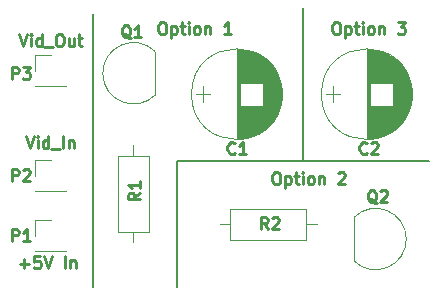
<source format=gto>
%TF.GenerationSoftware,KiCad,Pcbnew,9.0.5*%
%TF.CreationDate,2026-01-24T20:46:11+00:00*%
%TF.ProjectId,Spectrum 48K Video Mod,53706563-7472-4756-9d20-34384b205669,1.0*%
%TF.SameCoordinates,Original*%
%TF.FileFunction,Legend,Top*%
%TF.FilePolarity,Positive*%
%FSLAX46Y46*%
G04 Gerber Fmt 4.6, Leading zero omitted, Abs format (unit mm)*
G04 Created by KiCad (PCBNEW 9.0.5) date 2026-01-24 20:46:11*
%MOMM*%
%LPD*%
G01*
G04 APERTURE LIST*
%ADD10C,0.200000*%
%ADD11C,0.250000*%
%ADD12C,0.120000*%
G04 APERTURE END LIST*
D10*
X131826000Y-104140000D02*
X131826000Y-91186000D01*
X121158000Y-104140000D02*
X131826000Y-104140000D01*
X121158000Y-114808000D02*
X121158000Y-104140000D01*
X131826000Y-104140000D02*
X142494000Y-104140000D01*
X114046000Y-91694000D02*
X114046000Y-114808000D01*
D11*
X107823333Y-93429619D02*
X108156666Y-94429619D01*
X108156666Y-94429619D02*
X108489999Y-93429619D01*
X108823333Y-94429619D02*
X108823333Y-93762952D01*
X108823333Y-93429619D02*
X108775714Y-93477238D01*
X108775714Y-93477238D02*
X108823333Y-93524857D01*
X108823333Y-93524857D02*
X108870952Y-93477238D01*
X108870952Y-93477238D02*
X108823333Y-93429619D01*
X108823333Y-93429619D02*
X108823333Y-93524857D01*
X109728094Y-94429619D02*
X109728094Y-93429619D01*
X109728094Y-94382000D02*
X109632856Y-94429619D01*
X109632856Y-94429619D02*
X109442380Y-94429619D01*
X109442380Y-94429619D02*
X109347142Y-94382000D01*
X109347142Y-94382000D02*
X109299523Y-94334380D01*
X109299523Y-94334380D02*
X109251904Y-94239142D01*
X109251904Y-94239142D02*
X109251904Y-93953428D01*
X109251904Y-93953428D02*
X109299523Y-93858190D01*
X109299523Y-93858190D02*
X109347142Y-93810571D01*
X109347142Y-93810571D02*
X109442380Y-93762952D01*
X109442380Y-93762952D02*
X109632856Y-93762952D01*
X109632856Y-93762952D02*
X109728094Y-93810571D01*
X109966190Y-94524857D02*
X110728094Y-94524857D01*
X111156666Y-93429619D02*
X111347142Y-93429619D01*
X111347142Y-93429619D02*
X111442380Y-93477238D01*
X111442380Y-93477238D02*
X111537618Y-93572476D01*
X111537618Y-93572476D02*
X111585237Y-93762952D01*
X111585237Y-93762952D02*
X111585237Y-94096285D01*
X111585237Y-94096285D02*
X111537618Y-94286761D01*
X111537618Y-94286761D02*
X111442380Y-94382000D01*
X111442380Y-94382000D02*
X111347142Y-94429619D01*
X111347142Y-94429619D02*
X111156666Y-94429619D01*
X111156666Y-94429619D02*
X111061428Y-94382000D01*
X111061428Y-94382000D02*
X110966190Y-94286761D01*
X110966190Y-94286761D02*
X110918571Y-94096285D01*
X110918571Y-94096285D02*
X110918571Y-93762952D01*
X110918571Y-93762952D02*
X110966190Y-93572476D01*
X110966190Y-93572476D02*
X111061428Y-93477238D01*
X111061428Y-93477238D02*
X111156666Y-93429619D01*
X112442380Y-93762952D02*
X112442380Y-94429619D01*
X112013809Y-93762952D02*
X112013809Y-94286761D01*
X112013809Y-94286761D02*
X112061428Y-94382000D01*
X112061428Y-94382000D02*
X112156666Y-94429619D01*
X112156666Y-94429619D02*
X112299523Y-94429619D01*
X112299523Y-94429619D02*
X112394761Y-94382000D01*
X112394761Y-94382000D02*
X112442380Y-94334380D01*
X112775714Y-93762952D02*
X113156666Y-93762952D01*
X112918571Y-93429619D02*
X112918571Y-94286761D01*
X112918571Y-94286761D02*
X112966190Y-94382000D01*
X112966190Y-94382000D02*
X113061428Y-94429619D01*
X113061428Y-94429619D02*
X113156666Y-94429619D01*
X107878857Y-112844666D02*
X108640762Y-112844666D01*
X108259809Y-113225619D02*
X108259809Y-112463714D01*
X109593142Y-112225619D02*
X109116952Y-112225619D01*
X109116952Y-112225619D02*
X109069333Y-112701809D01*
X109069333Y-112701809D02*
X109116952Y-112654190D01*
X109116952Y-112654190D02*
X109212190Y-112606571D01*
X109212190Y-112606571D02*
X109450285Y-112606571D01*
X109450285Y-112606571D02*
X109545523Y-112654190D01*
X109545523Y-112654190D02*
X109593142Y-112701809D01*
X109593142Y-112701809D02*
X109640761Y-112797047D01*
X109640761Y-112797047D02*
X109640761Y-113035142D01*
X109640761Y-113035142D02*
X109593142Y-113130380D01*
X109593142Y-113130380D02*
X109545523Y-113178000D01*
X109545523Y-113178000D02*
X109450285Y-113225619D01*
X109450285Y-113225619D02*
X109212190Y-113225619D01*
X109212190Y-113225619D02*
X109116952Y-113178000D01*
X109116952Y-113178000D02*
X109069333Y-113130380D01*
X109926476Y-112225619D02*
X110259809Y-113225619D01*
X110259809Y-113225619D02*
X110593142Y-112225619D01*
X111688381Y-113225619D02*
X111688381Y-112225619D01*
X112164571Y-112558952D02*
X112164571Y-113225619D01*
X112164571Y-112654190D02*
X112212190Y-112606571D01*
X112212190Y-112606571D02*
X112307428Y-112558952D01*
X112307428Y-112558952D02*
X112450285Y-112558952D01*
X112450285Y-112558952D02*
X112545523Y-112606571D01*
X112545523Y-112606571D02*
X112593142Y-112701809D01*
X112593142Y-112701809D02*
X112593142Y-113225619D01*
X129500666Y-105113619D02*
X129691142Y-105113619D01*
X129691142Y-105113619D02*
X129786380Y-105161238D01*
X129786380Y-105161238D02*
X129881618Y-105256476D01*
X129881618Y-105256476D02*
X129929237Y-105446952D01*
X129929237Y-105446952D02*
X129929237Y-105780285D01*
X129929237Y-105780285D02*
X129881618Y-105970761D01*
X129881618Y-105970761D02*
X129786380Y-106066000D01*
X129786380Y-106066000D02*
X129691142Y-106113619D01*
X129691142Y-106113619D02*
X129500666Y-106113619D01*
X129500666Y-106113619D02*
X129405428Y-106066000D01*
X129405428Y-106066000D02*
X129310190Y-105970761D01*
X129310190Y-105970761D02*
X129262571Y-105780285D01*
X129262571Y-105780285D02*
X129262571Y-105446952D01*
X129262571Y-105446952D02*
X129310190Y-105256476D01*
X129310190Y-105256476D02*
X129405428Y-105161238D01*
X129405428Y-105161238D02*
X129500666Y-105113619D01*
X130357809Y-105446952D02*
X130357809Y-106446952D01*
X130357809Y-105494571D02*
X130453047Y-105446952D01*
X130453047Y-105446952D02*
X130643523Y-105446952D01*
X130643523Y-105446952D02*
X130738761Y-105494571D01*
X130738761Y-105494571D02*
X130786380Y-105542190D01*
X130786380Y-105542190D02*
X130833999Y-105637428D01*
X130833999Y-105637428D02*
X130833999Y-105923142D01*
X130833999Y-105923142D02*
X130786380Y-106018380D01*
X130786380Y-106018380D02*
X130738761Y-106066000D01*
X130738761Y-106066000D02*
X130643523Y-106113619D01*
X130643523Y-106113619D02*
X130453047Y-106113619D01*
X130453047Y-106113619D02*
X130357809Y-106066000D01*
X131119714Y-105446952D02*
X131500666Y-105446952D01*
X131262571Y-105113619D02*
X131262571Y-105970761D01*
X131262571Y-105970761D02*
X131310190Y-106066000D01*
X131310190Y-106066000D02*
X131405428Y-106113619D01*
X131405428Y-106113619D02*
X131500666Y-106113619D01*
X131834000Y-106113619D02*
X131834000Y-105446952D01*
X131834000Y-105113619D02*
X131786381Y-105161238D01*
X131786381Y-105161238D02*
X131834000Y-105208857D01*
X131834000Y-105208857D02*
X131881619Y-105161238D01*
X131881619Y-105161238D02*
X131834000Y-105113619D01*
X131834000Y-105113619D02*
X131834000Y-105208857D01*
X132453047Y-106113619D02*
X132357809Y-106066000D01*
X132357809Y-106066000D02*
X132310190Y-106018380D01*
X132310190Y-106018380D02*
X132262571Y-105923142D01*
X132262571Y-105923142D02*
X132262571Y-105637428D01*
X132262571Y-105637428D02*
X132310190Y-105542190D01*
X132310190Y-105542190D02*
X132357809Y-105494571D01*
X132357809Y-105494571D02*
X132453047Y-105446952D01*
X132453047Y-105446952D02*
X132595904Y-105446952D01*
X132595904Y-105446952D02*
X132691142Y-105494571D01*
X132691142Y-105494571D02*
X132738761Y-105542190D01*
X132738761Y-105542190D02*
X132786380Y-105637428D01*
X132786380Y-105637428D02*
X132786380Y-105923142D01*
X132786380Y-105923142D02*
X132738761Y-106018380D01*
X132738761Y-106018380D02*
X132691142Y-106066000D01*
X132691142Y-106066000D02*
X132595904Y-106113619D01*
X132595904Y-106113619D02*
X132453047Y-106113619D01*
X133214952Y-105446952D02*
X133214952Y-106113619D01*
X133214952Y-105542190D02*
X133262571Y-105494571D01*
X133262571Y-105494571D02*
X133357809Y-105446952D01*
X133357809Y-105446952D02*
X133500666Y-105446952D01*
X133500666Y-105446952D02*
X133595904Y-105494571D01*
X133595904Y-105494571D02*
X133643523Y-105589809D01*
X133643523Y-105589809D02*
X133643523Y-106113619D01*
X134834000Y-105208857D02*
X134881619Y-105161238D01*
X134881619Y-105161238D02*
X134976857Y-105113619D01*
X134976857Y-105113619D02*
X135214952Y-105113619D01*
X135214952Y-105113619D02*
X135310190Y-105161238D01*
X135310190Y-105161238D02*
X135357809Y-105208857D01*
X135357809Y-105208857D02*
X135405428Y-105304095D01*
X135405428Y-105304095D02*
X135405428Y-105399333D01*
X135405428Y-105399333D02*
X135357809Y-105542190D01*
X135357809Y-105542190D02*
X134786381Y-106113619D01*
X134786381Y-106113619D02*
X135405428Y-106113619D01*
X108394762Y-102065619D02*
X108728095Y-103065619D01*
X108728095Y-103065619D02*
X109061428Y-102065619D01*
X109394762Y-103065619D02*
X109394762Y-102398952D01*
X109394762Y-102065619D02*
X109347143Y-102113238D01*
X109347143Y-102113238D02*
X109394762Y-102160857D01*
X109394762Y-102160857D02*
X109442381Y-102113238D01*
X109442381Y-102113238D02*
X109394762Y-102065619D01*
X109394762Y-102065619D02*
X109394762Y-102160857D01*
X110299523Y-103065619D02*
X110299523Y-102065619D01*
X110299523Y-103018000D02*
X110204285Y-103065619D01*
X110204285Y-103065619D02*
X110013809Y-103065619D01*
X110013809Y-103065619D02*
X109918571Y-103018000D01*
X109918571Y-103018000D02*
X109870952Y-102970380D01*
X109870952Y-102970380D02*
X109823333Y-102875142D01*
X109823333Y-102875142D02*
X109823333Y-102589428D01*
X109823333Y-102589428D02*
X109870952Y-102494190D01*
X109870952Y-102494190D02*
X109918571Y-102446571D01*
X109918571Y-102446571D02*
X110013809Y-102398952D01*
X110013809Y-102398952D02*
X110204285Y-102398952D01*
X110204285Y-102398952D02*
X110299523Y-102446571D01*
X110537619Y-103160857D02*
X111299523Y-103160857D01*
X111537619Y-103065619D02*
X111537619Y-102065619D01*
X112013809Y-102398952D02*
X112013809Y-103065619D01*
X112013809Y-102494190D02*
X112061428Y-102446571D01*
X112061428Y-102446571D02*
X112156666Y-102398952D01*
X112156666Y-102398952D02*
X112299523Y-102398952D01*
X112299523Y-102398952D02*
X112394761Y-102446571D01*
X112394761Y-102446571D02*
X112442380Y-102541809D01*
X112442380Y-102541809D02*
X112442380Y-103065619D01*
X134580666Y-92413619D02*
X134771142Y-92413619D01*
X134771142Y-92413619D02*
X134866380Y-92461238D01*
X134866380Y-92461238D02*
X134961618Y-92556476D01*
X134961618Y-92556476D02*
X135009237Y-92746952D01*
X135009237Y-92746952D02*
X135009237Y-93080285D01*
X135009237Y-93080285D02*
X134961618Y-93270761D01*
X134961618Y-93270761D02*
X134866380Y-93366000D01*
X134866380Y-93366000D02*
X134771142Y-93413619D01*
X134771142Y-93413619D02*
X134580666Y-93413619D01*
X134580666Y-93413619D02*
X134485428Y-93366000D01*
X134485428Y-93366000D02*
X134390190Y-93270761D01*
X134390190Y-93270761D02*
X134342571Y-93080285D01*
X134342571Y-93080285D02*
X134342571Y-92746952D01*
X134342571Y-92746952D02*
X134390190Y-92556476D01*
X134390190Y-92556476D02*
X134485428Y-92461238D01*
X134485428Y-92461238D02*
X134580666Y-92413619D01*
X135437809Y-92746952D02*
X135437809Y-93746952D01*
X135437809Y-92794571D02*
X135533047Y-92746952D01*
X135533047Y-92746952D02*
X135723523Y-92746952D01*
X135723523Y-92746952D02*
X135818761Y-92794571D01*
X135818761Y-92794571D02*
X135866380Y-92842190D01*
X135866380Y-92842190D02*
X135913999Y-92937428D01*
X135913999Y-92937428D02*
X135913999Y-93223142D01*
X135913999Y-93223142D02*
X135866380Y-93318380D01*
X135866380Y-93318380D02*
X135818761Y-93366000D01*
X135818761Y-93366000D02*
X135723523Y-93413619D01*
X135723523Y-93413619D02*
X135533047Y-93413619D01*
X135533047Y-93413619D02*
X135437809Y-93366000D01*
X136199714Y-92746952D02*
X136580666Y-92746952D01*
X136342571Y-92413619D02*
X136342571Y-93270761D01*
X136342571Y-93270761D02*
X136390190Y-93366000D01*
X136390190Y-93366000D02*
X136485428Y-93413619D01*
X136485428Y-93413619D02*
X136580666Y-93413619D01*
X136914000Y-93413619D02*
X136914000Y-92746952D01*
X136914000Y-92413619D02*
X136866381Y-92461238D01*
X136866381Y-92461238D02*
X136914000Y-92508857D01*
X136914000Y-92508857D02*
X136961619Y-92461238D01*
X136961619Y-92461238D02*
X136914000Y-92413619D01*
X136914000Y-92413619D02*
X136914000Y-92508857D01*
X137533047Y-93413619D02*
X137437809Y-93366000D01*
X137437809Y-93366000D02*
X137390190Y-93318380D01*
X137390190Y-93318380D02*
X137342571Y-93223142D01*
X137342571Y-93223142D02*
X137342571Y-92937428D01*
X137342571Y-92937428D02*
X137390190Y-92842190D01*
X137390190Y-92842190D02*
X137437809Y-92794571D01*
X137437809Y-92794571D02*
X137533047Y-92746952D01*
X137533047Y-92746952D02*
X137675904Y-92746952D01*
X137675904Y-92746952D02*
X137771142Y-92794571D01*
X137771142Y-92794571D02*
X137818761Y-92842190D01*
X137818761Y-92842190D02*
X137866380Y-92937428D01*
X137866380Y-92937428D02*
X137866380Y-93223142D01*
X137866380Y-93223142D02*
X137818761Y-93318380D01*
X137818761Y-93318380D02*
X137771142Y-93366000D01*
X137771142Y-93366000D02*
X137675904Y-93413619D01*
X137675904Y-93413619D02*
X137533047Y-93413619D01*
X138294952Y-92746952D02*
X138294952Y-93413619D01*
X138294952Y-92842190D02*
X138342571Y-92794571D01*
X138342571Y-92794571D02*
X138437809Y-92746952D01*
X138437809Y-92746952D02*
X138580666Y-92746952D01*
X138580666Y-92746952D02*
X138675904Y-92794571D01*
X138675904Y-92794571D02*
X138723523Y-92889809D01*
X138723523Y-92889809D02*
X138723523Y-93413619D01*
X139866381Y-92413619D02*
X140485428Y-92413619D01*
X140485428Y-92413619D02*
X140152095Y-92794571D01*
X140152095Y-92794571D02*
X140294952Y-92794571D01*
X140294952Y-92794571D02*
X140390190Y-92842190D01*
X140390190Y-92842190D02*
X140437809Y-92889809D01*
X140437809Y-92889809D02*
X140485428Y-92985047D01*
X140485428Y-92985047D02*
X140485428Y-93223142D01*
X140485428Y-93223142D02*
X140437809Y-93318380D01*
X140437809Y-93318380D02*
X140390190Y-93366000D01*
X140390190Y-93366000D02*
X140294952Y-93413619D01*
X140294952Y-93413619D02*
X140009238Y-93413619D01*
X140009238Y-93413619D02*
X139914000Y-93366000D01*
X139914000Y-93366000D02*
X139866381Y-93318380D01*
X119848666Y-92413619D02*
X120039142Y-92413619D01*
X120039142Y-92413619D02*
X120134380Y-92461238D01*
X120134380Y-92461238D02*
X120229618Y-92556476D01*
X120229618Y-92556476D02*
X120277237Y-92746952D01*
X120277237Y-92746952D02*
X120277237Y-93080285D01*
X120277237Y-93080285D02*
X120229618Y-93270761D01*
X120229618Y-93270761D02*
X120134380Y-93366000D01*
X120134380Y-93366000D02*
X120039142Y-93413619D01*
X120039142Y-93413619D02*
X119848666Y-93413619D01*
X119848666Y-93413619D02*
X119753428Y-93366000D01*
X119753428Y-93366000D02*
X119658190Y-93270761D01*
X119658190Y-93270761D02*
X119610571Y-93080285D01*
X119610571Y-93080285D02*
X119610571Y-92746952D01*
X119610571Y-92746952D02*
X119658190Y-92556476D01*
X119658190Y-92556476D02*
X119753428Y-92461238D01*
X119753428Y-92461238D02*
X119848666Y-92413619D01*
X120705809Y-92746952D02*
X120705809Y-93746952D01*
X120705809Y-92794571D02*
X120801047Y-92746952D01*
X120801047Y-92746952D02*
X120991523Y-92746952D01*
X120991523Y-92746952D02*
X121086761Y-92794571D01*
X121086761Y-92794571D02*
X121134380Y-92842190D01*
X121134380Y-92842190D02*
X121181999Y-92937428D01*
X121181999Y-92937428D02*
X121181999Y-93223142D01*
X121181999Y-93223142D02*
X121134380Y-93318380D01*
X121134380Y-93318380D02*
X121086761Y-93366000D01*
X121086761Y-93366000D02*
X120991523Y-93413619D01*
X120991523Y-93413619D02*
X120801047Y-93413619D01*
X120801047Y-93413619D02*
X120705809Y-93366000D01*
X121467714Y-92746952D02*
X121848666Y-92746952D01*
X121610571Y-92413619D02*
X121610571Y-93270761D01*
X121610571Y-93270761D02*
X121658190Y-93366000D01*
X121658190Y-93366000D02*
X121753428Y-93413619D01*
X121753428Y-93413619D02*
X121848666Y-93413619D01*
X122182000Y-93413619D02*
X122182000Y-92746952D01*
X122182000Y-92413619D02*
X122134381Y-92461238D01*
X122134381Y-92461238D02*
X122182000Y-92508857D01*
X122182000Y-92508857D02*
X122229619Y-92461238D01*
X122229619Y-92461238D02*
X122182000Y-92413619D01*
X122182000Y-92413619D02*
X122182000Y-92508857D01*
X122801047Y-93413619D02*
X122705809Y-93366000D01*
X122705809Y-93366000D02*
X122658190Y-93318380D01*
X122658190Y-93318380D02*
X122610571Y-93223142D01*
X122610571Y-93223142D02*
X122610571Y-92937428D01*
X122610571Y-92937428D02*
X122658190Y-92842190D01*
X122658190Y-92842190D02*
X122705809Y-92794571D01*
X122705809Y-92794571D02*
X122801047Y-92746952D01*
X122801047Y-92746952D02*
X122943904Y-92746952D01*
X122943904Y-92746952D02*
X123039142Y-92794571D01*
X123039142Y-92794571D02*
X123086761Y-92842190D01*
X123086761Y-92842190D02*
X123134380Y-92937428D01*
X123134380Y-92937428D02*
X123134380Y-93223142D01*
X123134380Y-93223142D02*
X123086761Y-93318380D01*
X123086761Y-93318380D02*
X123039142Y-93366000D01*
X123039142Y-93366000D02*
X122943904Y-93413619D01*
X122943904Y-93413619D02*
X122801047Y-93413619D01*
X123562952Y-92746952D02*
X123562952Y-93413619D01*
X123562952Y-92842190D02*
X123610571Y-92794571D01*
X123610571Y-92794571D02*
X123705809Y-92746952D01*
X123705809Y-92746952D02*
X123848666Y-92746952D01*
X123848666Y-92746952D02*
X123943904Y-92794571D01*
X123943904Y-92794571D02*
X123991523Y-92889809D01*
X123991523Y-92889809D02*
X123991523Y-93413619D01*
X125753428Y-93413619D02*
X125182000Y-93413619D01*
X125467714Y-93413619D02*
X125467714Y-92413619D01*
X125467714Y-92413619D02*
X125372476Y-92556476D01*
X125372476Y-92556476D02*
X125277238Y-92651714D01*
X125277238Y-92651714D02*
X125182000Y-92699333D01*
X126071333Y-103478380D02*
X126023714Y-103526000D01*
X126023714Y-103526000D02*
X125880857Y-103573619D01*
X125880857Y-103573619D02*
X125785619Y-103573619D01*
X125785619Y-103573619D02*
X125642762Y-103526000D01*
X125642762Y-103526000D02*
X125547524Y-103430761D01*
X125547524Y-103430761D02*
X125499905Y-103335523D01*
X125499905Y-103335523D02*
X125452286Y-103145047D01*
X125452286Y-103145047D02*
X125452286Y-103002190D01*
X125452286Y-103002190D02*
X125499905Y-102811714D01*
X125499905Y-102811714D02*
X125547524Y-102716476D01*
X125547524Y-102716476D02*
X125642762Y-102621238D01*
X125642762Y-102621238D02*
X125785619Y-102573619D01*
X125785619Y-102573619D02*
X125880857Y-102573619D01*
X125880857Y-102573619D02*
X126023714Y-102621238D01*
X126023714Y-102621238D02*
X126071333Y-102668857D01*
X127023714Y-103573619D02*
X126452286Y-103573619D01*
X126738000Y-103573619D02*
X126738000Y-102573619D01*
X126738000Y-102573619D02*
X126642762Y-102716476D01*
X126642762Y-102716476D02*
X126547524Y-102811714D01*
X126547524Y-102811714D02*
X126452286Y-102859333D01*
X137247333Y-103478380D02*
X137199714Y-103526000D01*
X137199714Y-103526000D02*
X137056857Y-103573619D01*
X137056857Y-103573619D02*
X136961619Y-103573619D01*
X136961619Y-103573619D02*
X136818762Y-103526000D01*
X136818762Y-103526000D02*
X136723524Y-103430761D01*
X136723524Y-103430761D02*
X136675905Y-103335523D01*
X136675905Y-103335523D02*
X136628286Y-103145047D01*
X136628286Y-103145047D02*
X136628286Y-103002190D01*
X136628286Y-103002190D02*
X136675905Y-102811714D01*
X136675905Y-102811714D02*
X136723524Y-102716476D01*
X136723524Y-102716476D02*
X136818762Y-102621238D01*
X136818762Y-102621238D02*
X136961619Y-102573619D01*
X136961619Y-102573619D02*
X137056857Y-102573619D01*
X137056857Y-102573619D02*
X137199714Y-102621238D01*
X137199714Y-102621238D02*
X137247333Y-102668857D01*
X137628286Y-102668857D02*
X137675905Y-102621238D01*
X137675905Y-102621238D02*
X137771143Y-102573619D01*
X137771143Y-102573619D02*
X138009238Y-102573619D01*
X138009238Y-102573619D02*
X138104476Y-102621238D01*
X138104476Y-102621238D02*
X138152095Y-102668857D01*
X138152095Y-102668857D02*
X138199714Y-102764095D01*
X138199714Y-102764095D02*
X138199714Y-102859333D01*
X138199714Y-102859333D02*
X138152095Y-103002190D01*
X138152095Y-103002190D02*
X137580667Y-103573619D01*
X137580667Y-103573619D02*
X138199714Y-103573619D01*
X107211905Y-110939619D02*
X107211905Y-109939619D01*
X107211905Y-109939619D02*
X107592857Y-109939619D01*
X107592857Y-109939619D02*
X107688095Y-109987238D01*
X107688095Y-109987238D02*
X107735714Y-110034857D01*
X107735714Y-110034857D02*
X107783333Y-110130095D01*
X107783333Y-110130095D02*
X107783333Y-110272952D01*
X107783333Y-110272952D02*
X107735714Y-110368190D01*
X107735714Y-110368190D02*
X107688095Y-110415809D01*
X107688095Y-110415809D02*
X107592857Y-110463428D01*
X107592857Y-110463428D02*
X107211905Y-110463428D01*
X108735714Y-110939619D02*
X108164286Y-110939619D01*
X108450000Y-110939619D02*
X108450000Y-109939619D01*
X108450000Y-109939619D02*
X108354762Y-110082476D01*
X108354762Y-110082476D02*
X108259524Y-110177714D01*
X108259524Y-110177714D02*
X108164286Y-110225333D01*
X107211905Y-105859619D02*
X107211905Y-104859619D01*
X107211905Y-104859619D02*
X107592857Y-104859619D01*
X107592857Y-104859619D02*
X107688095Y-104907238D01*
X107688095Y-104907238D02*
X107735714Y-104954857D01*
X107735714Y-104954857D02*
X107783333Y-105050095D01*
X107783333Y-105050095D02*
X107783333Y-105192952D01*
X107783333Y-105192952D02*
X107735714Y-105288190D01*
X107735714Y-105288190D02*
X107688095Y-105335809D01*
X107688095Y-105335809D02*
X107592857Y-105383428D01*
X107592857Y-105383428D02*
X107211905Y-105383428D01*
X108164286Y-104954857D02*
X108211905Y-104907238D01*
X108211905Y-104907238D02*
X108307143Y-104859619D01*
X108307143Y-104859619D02*
X108545238Y-104859619D01*
X108545238Y-104859619D02*
X108640476Y-104907238D01*
X108640476Y-104907238D02*
X108688095Y-104954857D01*
X108688095Y-104954857D02*
X108735714Y-105050095D01*
X108735714Y-105050095D02*
X108735714Y-105145333D01*
X108735714Y-105145333D02*
X108688095Y-105288190D01*
X108688095Y-105288190D02*
X108116667Y-105859619D01*
X108116667Y-105859619D02*
X108735714Y-105859619D01*
X107211905Y-97223619D02*
X107211905Y-96223619D01*
X107211905Y-96223619D02*
X107592857Y-96223619D01*
X107592857Y-96223619D02*
X107688095Y-96271238D01*
X107688095Y-96271238D02*
X107735714Y-96318857D01*
X107735714Y-96318857D02*
X107783333Y-96414095D01*
X107783333Y-96414095D02*
X107783333Y-96556952D01*
X107783333Y-96556952D02*
X107735714Y-96652190D01*
X107735714Y-96652190D02*
X107688095Y-96699809D01*
X107688095Y-96699809D02*
X107592857Y-96747428D01*
X107592857Y-96747428D02*
X107211905Y-96747428D01*
X108116667Y-96223619D02*
X108735714Y-96223619D01*
X108735714Y-96223619D02*
X108402381Y-96604571D01*
X108402381Y-96604571D02*
X108545238Y-96604571D01*
X108545238Y-96604571D02*
X108640476Y-96652190D01*
X108640476Y-96652190D02*
X108688095Y-96699809D01*
X108688095Y-96699809D02*
X108735714Y-96795047D01*
X108735714Y-96795047D02*
X108735714Y-97033142D01*
X108735714Y-97033142D02*
X108688095Y-97128380D01*
X108688095Y-97128380D02*
X108640476Y-97176000D01*
X108640476Y-97176000D02*
X108545238Y-97223619D01*
X108545238Y-97223619D02*
X108259524Y-97223619D01*
X108259524Y-97223619D02*
X108164286Y-97176000D01*
X108164286Y-97176000D02*
X108116667Y-97128380D01*
X117252761Y-93762857D02*
X117157523Y-93715238D01*
X117157523Y-93715238D02*
X117062285Y-93620000D01*
X117062285Y-93620000D02*
X116919428Y-93477142D01*
X116919428Y-93477142D02*
X116824190Y-93429523D01*
X116824190Y-93429523D02*
X116728952Y-93429523D01*
X116776571Y-93667619D02*
X116681333Y-93620000D01*
X116681333Y-93620000D02*
X116586095Y-93524761D01*
X116586095Y-93524761D02*
X116538476Y-93334285D01*
X116538476Y-93334285D02*
X116538476Y-93000952D01*
X116538476Y-93000952D02*
X116586095Y-92810476D01*
X116586095Y-92810476D02*
X116681333Y-92715238D01*
X116681333Y-92715238D02*
X116776571Y-92667619D01*
X116776571Y-92667619D02*
X116967047Y-92667619D01*
X116967047Y-92667619D02*
X117062285Y-92715238D01*
X117062285Y-92715238D02*
X117157523Y-92810476D01*
X117157523Y-92810476D02*
X117205142Y-93000952D01*
X117205142Y-93000952D02*
X117205142Y-93334285D01*
X117205142Y-93334285D02*
X117157523Y-93524761D01*
X117157523Y-93524761D02*
X117062285Y-93620000D01*
X117062285Y-93620000D02*
X116967047Y-93667619D01*
X116967047Y-93667619D02*
X116776571Y-93667619D01*
X118157523Y-93667619D02*
X117586095Y-93667619D01*
X117871809Y-93667619D02*
X117871809Y-92667619D01*
X117871809Y-92667619D02*
X117776571Y-92810476D01*
X117776571Y-92810476D02*
X117681333Y-92905714D01*
X117681333Y-92905714D02*
X117586095Y-92953333D01*
X138080761Y-107732857D02*
X137985523Y-107685238D01*
X137985523Y-107685238D02*
X137890285Y-107590000D01*
X137890285Y-107590000D02*
X137747428Y-107447142D01*
X137747428Y-107447142D02*
X137652190Y-107399523D01*
X137652190Y-107399523D02*
X137556952Y-107399523D01*
X137604571Y-107637619D02*
X137509333Y-107590000D01*
X137509333Y-107590000D02*
X137414095Y-107494761D01*
X137414095Y-107494761D02*
X137366476Y-107304285D01*
X137366476Y-107304285D02*
X137366476Y-106970952D01*
X137366476Y-106970952D02*
X137414095Y-106780476D01*
X137414095Y-106780476D02*
X137509333Y-106685238D01*
X137509333Y-106685238D02*
X137604571Y-106637619D01*
X137604571Y-106637619D02*
X137795047Y-106637619D01*
X137795047Y-106637619D02*
X137890285Y-106685238D01*
X137890285Y-106685238D02*
X137985523Y-106780476D01*
X137985523Y-106780476D02*
X138033142Y-106970952D01*
X138033142Y-106970952D02*
X138033142Y-107304285D01*
X138033142Y-107304285D02*
X137985523Y-107494761D01*
X137985523Y-107494761D02*
X137890285Y-107590000D01*
X137890285Y-107590000D02*
X137795047Y-107637619D01*
X137795047Y-107637619D02*
X137604571Y-107637619D01*
X138414095Y-106732857D02*
X138461714Y-106685238D01*
X138461714Y-106685238D02*
X138556952Y-106637619D01*
X138556952Y-106637619D02*
X138795047Y-106637619D01*
X138795047Y-106637619D02*
X138890285Y-106685238D01*
X138890285Y-106685238D02*
X138937904Y-106732857D01*
X138937904Y-106732857D02*
X138985523Y-106828095D01*
X138985523Y-106828095D02*
X138985523Y-106923333D01*
X138985523Y-106923333D02*
X138937904Y-107066190D01*
X138937904Y-107066190D02*
X138366476Y-107637619D01*
X138366476Y-107637619D02*
X138985523Y-107637619D01*
X118051619Y-106846666D02*
X117575428Y-107179999D01*
X118051619Y-107418094D02*
X117051619Y-107418094D01*
X117051619Y-107418094D02*
X117051619Y-107037142D01*
X117051619Y-107037142D02*
X117099238Y-106941904D01*
X117099238Y-106941904D02*
X117146857Y-106894285D01*
X117146857Y-106894285D02*
X117242095Y-106846666D01*
X117242095Y-106846666D02*
X117384952Y-106846666D01*
X117384952Y-106846666D02*
X117480190Y-106894285D01*
X117480190Y-106894285D02*
X117527809Y-106941904D01*
X117527809Y-106941904D02*
X117575428Y-107037142D01*
X117575428Y-107037142D02*
X117575428Y-107418094D01*
X118051619Y-105894285D02*
X118051619Y-106465713D01*
X118051619Y-106179999D02*
X117051619Y-106179999D01*
X117051619Y-106179999D02*
X117194476Y-106275237D01*
X117194476Y-106275237D02*
X117289714Y-106370475D01*
X117289714Y-106370475D02*
X117337333Y-106465713D01*
X128865333Y-109923619D02*
X128532000Y-109447428D01*
X128293905Y-109923619D02*
X128293905Y-108923619D01*
X128293905Y-108923619D02*
X128674857Y-108923619D01*
X128674857Y-108923619D02*
X128770095Y-108971238D01*
X128770095Y-108971238D02*
X128817714Y-109018857D01*
X128817714Y-109018857D02*
X128865333Y-109114095D01*
X128865333Y-109114095D02*
X128865333Y-109256952D01*
X128865333Y-109256952D02*
X128817714Y-109352190D01*
X128817714Y-109352190D02*
X128770095Y-109399809D01*
X128770095Y-109399809D02*
X128674857Y-109447428D01*
X128674857Y-109447428D02*
X128293905Y-109447428D01*
X129246286Y-109018857D02*
X129293905Y-108971238D01*
X129293905Y-108971238D02*
X129389143Y-108923619D01*
X129389143Y-108923619D02*
X129627238Y-108923619D01*
X129627238Y-108923619D02*
X129722476Y-108971238D01*
X129722476Y-108971238D02*
X129770095Y-109018857D01*
X129770095Y-109018857D02*
X129817714Y-109114095D01*
X129817714Y-109114095D02*
X129817714Y-109209333D01*
X129817714Y-109209333D02*
X129770095Y-109352190D01*
X129770095Y-109352190D02*
X129198667Y-109923619D01*
X129198667Y-109923619D02*
X129817714Y-109923619D01*
D12*
%TO.C,C1*%
X122800000Y-98500000D02*
X124000000Y-98500000D01*
X123400000Y-97850000D02*
X123400000Y-99150000D01*
X126250000Y-94700000D02*
X126250000Y-102300000D01*
X126290000Y-94700000D02*
X126290000Y-102300000D01*
X126330000Y-94700000D02*
X126330000Y-102300000D01*
X126370000Y-94701000D02*
X126370000Y-102299000D01*
X126410000Y-94703000D02*
X126410000Y-102297000D01*
X126450000Y-94705000D02*
X126450000Y-102295000D01*
X126490000Y-94707000D02*
X126490000Y-102293000D01*
X126530000Y-94710000D02*
X126530000Y-97520000D01*
X126530000Y-99480000D02*
X126530000Y-102290000D01*
X126570000Y-94713000D02*
X126570000Y-97520000D01*
X126570000Y-99480000D02*
X126570000Y-102287000D01*
X126610000Y-94716000D02*
X126610000Y-97520000D01*
X126610000Y-99480000D02*
X126610000Y-102284000D01*
X126650000Y-94720000D02*
X126650000Y-97520000D01*
X126650000Y-99480000D02*
X126650000Y-102280000D01*
X126690000Y-94725000D02*
X126690000Y-97520000D01*
X126690000Y-99480000D02*
X126690000Y-102275000D01*
X126730000Y-94730000D02*
X126730000Y-97520000D01*
X126730000Y-99480000D02*
X126730000Y-102270000D01*
X126770000Y-94735000D02*
X126770000Y-97520000D01*
X126770000Y-99480000D02*
X126770000Y-102265000D01*
X126810000Y-94741000D02*
X126810000Y-97520000D01*
X126810000Y-99480000D02*
X126810000Y-102259000D01*
X126850000Y-94747000D02*
X126850000Y-97520000D01*
X126850000Y-99480000D02*
X126850000Y-102253000D01*
X126890000Y-94753000D02*
X126890000Y-97520000D01*
X126890000Y-99480000D02*
X126890000Y-102247000D01*
X126930000Y-94760000D02*
X126930000Y-97520000D01*
X126930000Y-99480000D02*
X126930000Y-102240000D01*
X126971000Y-94768000D02*
X126971000Y-97520000D01*
X126971000Y-99480000D02*
X126971000Y-102232000D01*
X127011000Y-94775000D02*
X127011000Y-97520000D01*
X127011000Y-99480000D02*
X127011000Y-102225000D01*
X127051000Y-94784000D02*
X127051000Y-97520000D01*
X127051000Y-99480000D02*
X127051000Y-102216000D01*
X127091000Y-94793000D02*
X127091000Y-97520000D01*
X127091000Y-99480000D02*
X127091000Y-102207000D01*
X127131000Y-94802000D02*
X127131000Y-97520000D01*
X127131000Y-99480000D02*
X127131000Y-102198000D01*
X127171000Y-94811000D02*
X127171000Y-97520000D01*
X127171000Y-99480000D02*
X127171000Y-102189000D01*
X127211000Y-94821000D02*
X127211000Y-97520000D01*
X127211000Y-99480000D02*
X127211000Y-102179000D01*
X127251000Y-94832000D02*
X127251000Y-97520000D01*
X127251000Y-99480000D02*
X127251000Y-102168000D01*
X127291000Y-94843000D02*
X127291000Y-97520000D01*
X127291000Y-99480000D02*
X127291000Y-102157000D01*
X127331000Y-94855000D02*
X127331000Y-97520000D01*
X127331000Y-99480000D02*
X127331000Y-102145000D01*
X127371000Y-94866000D02*
X127371000Y-97520000D01*
X127371000Y-99480000D02*
X127371000Y-102134000D01*
X127411000Y-94879000D02*
X127411000Y-97520000D01*
X127411000Y-99480000D02*
X127411000Y-102121000D01*
X127451000Y-94892000D02*
X127451000Y-97520000D01*
X127451000Y-99480000D02*
X127451000Y-102108000D01*
X127491000Y-94905000D02*
X127491000Y-97520000D01*
X127491000Y-99480000D02*
X127491000Y-102095000D01*
X127531000Y-94919000D02*
X127531000Y-97520000D01*
X127531000Y-99480000D02*
X127531000Y-102081000D01*
X127571000Y-94934000D02*
X127571000Y-97520000D01*
X127571000Y-99480000D02*
X127571000Y-102066000D01*
X127611000Y-94948000D02*
X127611000Y-97520000D01*
X127611000Y-99480000D02*
X127611000Y-102052000D01*
X127651000Y-94964000D02*
X127651000Y-97520000D01*
X127651000Y-99480000D02*
X127651000Y-102036000D01*
X127691000Y-94980000D02*
X127691000Y-97520000D01*
X127691000Y-99480000D02*
X127691000Y-102020000D01*
X127731000Y-94996000D02*
X127731000Y-97520000D01*
X127731000Y-99480000D02*
X127731000Y-102004000D01*
X127771000Y-95013000D02*
X127771000Y-97520000D01*
X127771000Y-99480000D02*
X127771000Y-101987000D01*
X127811000Y-95031000D02*
X127811000Y-97520000D01*
X127811000Y-99480000D02*
X127811000Y-101969000D01*
X127851000Y-95049000D02*
X127851000Y-97520000D01*
X127851000Y-99480000D02*
X127851000Y-101951000D01*
X127891000Y-95067000D02*
X127891000Y-97520000D01*
X127891000Y-99480000D02*
X127891000Y-101933000D01*
X127931000Y-95087000D02*
X127931000Y-97520000D01*
X127931000Y-99480000D02*
X127931000Y-101913000D01*
X127971000Y-95106000D02*
X127971000Y-97520000D01*
X127971000Y-99480000D02*
X127971000Y-101894000D01*
X128011000Y-95127000D02*
X128011000Y-97520000D01*
X128011000Y-99480000D02*
X128011000Y-101873000D01*
X128051000Y-95148000D02*
X128051000Y-97520000D01*
X128051000Y-99480000D02*
X128051000Y-101852000D01*
X128091000Y-95169000D02*
X128091000Y-97520000D01*
X128091000Y-99480000D02*
X128091000Y-101831000D01*
X128131000Y-95191000D02*
X128131000Y-97520000D01*
X128131000Y-99480000D02*
X128131000Y-101809000D01*
X128171000Y-95214000D02*
X128171000Y-97520000D01*
X128171000Y-99480000D02*
X128171000Y-101786000D01*
X128211000Y-95237000D02*
X128211000Y-97520000D01*
X128211000Y-99480000D02*
X128211000Y-101763000D01*
X128251000Y-95261000D02*
X128251000Y-97520000D01*
X128251000Y-99480000D02*
X128251000Y-101739000D01*
X128291000Y-95286000D02*
X128291000Y-97520000D01*
X128291000Y-99480000D02*
X128291000Y-101714000D01*
X128331000Y-95312000D02*
X128331000Y-97520000D01*
X128331000Y-99480000D02*
X128331000Y-101688000D01*
X128371000Y-95338000D02*
X128371000Y-97520000D01*
X128371000Y-99480000D02*
X128371000Y-101662000D01*
X128411000Y-95365000D02*
X128411000Y-97520000D01*
X128411000Y-99480000D02*
X128411000Y-101635000D01*
X128451000Y-95392000D02*
X128451000Y-97520000D01*
X128451000Y-99480000D02*
X128451000Y-101608000D01*
X128491000Y-95421000D02*
X128491000Y-101579000D01*
X128531000Y-95450000D02*
X128531000Y-101550000D01*
X128571000Y-95480000D02*
X128571000Y-101520000D01*
X128611000Y-95510000D02*
X128611000Y-101490000D01*
X128651000Y-95542000D02*
X128651000Y-101458000D01*
X128691000Y-95574000D02*
X128691000Y-101426000D01*
X128731000Y-95608000D02*
X128731000Y-101392000D01*
X128771000Y-95642000D02*
X128771000Y-101358000D01*
X128811000Y-95677000D02*
X128811000Y-101323000D01*
X128851000Y-95714000D02*
X128851000Y-101286000D01*
X128891000Y-95751000D02*
X128891000Y-101249000D01*
X128931000Y-95789000D02*
X128931000Y-101211000D01*
X128971000Y-95829000D02*
X128971000Y-101171000D01*
X129011000Y-95870000D02*
X129011000Y-101130000D01*
X129051000Y-95912000D02*
X129051000Y-101088000D01*
X129091000Y-95955000D02*
X129091000Y-101045000D01*
X129131000Y-96000000D02*
X129131000Y-101000000D01*
X129171000Y-96046000D02*
X129171000Y-100954000D01*
X129211000Y-96093000D02*
X129211000Y-100907000D01*
X129251000Y-96143000D02*
X129251000Y-100857000D01*
X129291000Y-96193000D02*
X129291000Y-100807000D01*
X129331000Y-96246000D02*
X129331000Y-100754000D01*
X129371000Y-96301000D02*
X129371000Y-100699000D01*
X129411000Y-96358000D02*
X129411000Y-100642000D01*
X129451000Y-96417000D02*
X129451000Y-100583000D01*
X129491000Y-96478000D02*
X129491000Y-100522000D01*
X129531000Y-96543000D02*
X129531000Y-100457000D01*
X129571000Y-96610000D02*
X129571000Y-100390000D01*
X129611000Y-96680000D02*
X129611000Y-100320000D01*
X129651000Y-96755000D02*
X129651000Y-100245000D01*
X129691000Y-96833000D02*
X129691000Y-100167000D01*
X129731000Y-96916000D02*
X129731000Y-100084000D01*
X129771000Y-97005000D02*
X129771000Y-99995000D01*
X129811000Y-97100000D02*
X129811000Y-99900000D01*
X129851000Y-97203000D02*
X129851000Y-99797000D01*
X129891000Y-97316000D02*
X129891000Y-99684000D01*
X129931000Y-97443000D02*
X129931000Y-99557000D01*
X129971000Y-97587000D02*
X129971000Y-99413000D01*
X130011000Y-97760000D02*
X130011000Y-99240000D01*
X130051000Y-97987000D02*
X130051000Y-99013000D01*
X130090000Y-98500000D02*
G75*
G02*
X122410000Y-98500000I-3840000J0D01*
G01*
X122410000Y-98500000D02*
G75*
G02*
X130090000Y-98500000I3840000J0D01*
G01*
%TO.C,C2*%
X133800000Y-98500000D02*
X135000000Y-98500000D01*
X134400000Y-97850000D02*
X134400000Y-99150000D01*
X137250000Y-94700000D02*
X137250000Y-102300000D01*
X137290000Y-94700000D02*
X137290000Y-102300000D01*
X137330000Y-94700000D02*
X137330000Y-102300000D01*
X137370000Y-94701000D02*
X137370000Y-102299000D01*
X137410000Y-94703000D02*
X137410000Y-102297000D01*
X137450000Y-94705000D02*
X137450000Y-102295000D01*
X137490000Y-94707000D02*
X137490000Y-102293000D01*
X137530000Y-94710000D02*
X137530000Y-97520000D01*
X137530000Y-99480000D02*
X137530000Y-102290000D01*
X137570000Y-94713000D02*
X137570000Y-97520000D01*
X137570000Y-99480000D02*
X137570000Y-102287000D01*
X137610000Y-94716000D02*
X137610000Y-97520000D01*
X137610000Y-99480000D02*
X137610000Y-102284000D01*
X137650000Y-94720000D02*
X137650000Y-97520000D01*
X137650000Y-99480000D02*
X137650000Y-102280000D01*
X137690000Y-94725000D02*
X137690000Y-97520000D01*
X137690000Y-99480000D02*
X137690000Y-102275000D01*
X137730000Y-94730000D02*
X137730000Y-97520000D01*
X137730000Y-99480000D02*
X137730000Y-102270000D01*
X137770000Y-94735000D02*
X137770000Y-97520000D01*
X137770000Y-99480000D02*
X137770000Y-102265000D01*
X137810000Y-94741000D02*
X137810000Y-97520000D01*
X137810000Y-99480000D02*
X137810000Y-102259000D01*
X137850000Y-94747000D02*
X137850000Y-97520000D01*
X137850000Y-99480000D02*
X137850000Y-102253000D01*
X137890000Y-94753000D02*
X137890000Y-97520000D01*
X137890000Y-99480000D02*
X137890000Y-102247000D01*
X137930000Y-94760000D02*
X137930000Y-97520000D01*
X137930000Y-99480000D02*
X137930000Y-102240000D01*
X137971000Y-94768000D02*
X137971000Y-97520000D01*
X137971000Y-99480000D02*
X137971000Y-102232000D01*
X138011000Y-94775000D02*
X138011000Y-97520000D01*
X138011000Y-99480000D02*
X138011000Y-102225000D01*
X138051000Y-94784000D02*
X138051000Y-97520000D01*
X138051000Y-99480000D02*
X138051000Y-102216000D01*
X138091000Y-94793000D02*
X138091000Y-97520000D01*
X138091000Y-99480000D02*
X138091000Y-102207000D01*
X138131000Y-94802000D02*
X138131000Y-97520000D01*
X138131000Y-99480000D02*
X138131000Y-102198000D01*
X138171000Y-94811000D02*
X138171000Y-97520000D01*
X138171000Y-99480000D02*
X138171000Y-102189000D01*
X138211000Y-94821000D02*
X138211000Y-97520000D01*
X138211000Y-99480000D02*
X138211000Y-102179000D01*
X138251000Y-94832000D02*
X138251000Y-97520000D01*
X138251000Y-99480000D02*
X138251000Y-102168000D01*
X138291000Y-94843000D02*
X138291000Y-97520000D01*
X138291000Y-99480000D02*
X138291000Y-102157000D01*
X138331000Y-94855000D02*
X138331000Y-97520000D01*
X138331000Y-99480000D02*
X138331000Y-102145000D01*
X138371000Y-94866000D02*
X138371000Y-97520000D01*
X138371000Y-99480000D02*
X138371000Y-102134000D01*
X138411000Y-94879000D02*
X138411000Y-97520000D01*
X138411000Y-99480000D02*
X138411000Y-102121000D01*
X138451000Y-94892000D02*
X138451000Y-97520000D01*
X138451000Y-99480000D02*
X138451000Y-102108000D01*
X138491000Y-94905000D02*
X138491000Y-97520000D01*
X138491000Y-99480000D02*
X138491000Y-102095000D01*
X138531000Y-94919000D02*
X138531000Y-97520000D01*
X138531000Y-99480000D02*
X138531000Y-102081000D01*
X138571000Y-94934000D02*
X138571000Y-97520000D01*
X138571000Y-99480000D02*
X138571000Y-102066000D01*
X138611000Y-94948000D02*
X138611000Y-97520000D01*
X138611000Y-99480000D02*
X138611000Y-102052000D01*
X138651000Y-94964000D02*
X138651000Y-97520000D01*
X138651000Y-99480000D02*
X138651000Y-102036000D01*
X138691000Y-94980000D02*
X138691000Y-97520000D01*
X138691000Y-99480000D02*
X138691000Y-102020000D01*
X138731000Y-94996000D02*
X138731000Y-97520000D01*
X138731000Y-99480000D02*
X138731000Y-102004000D01*
X138771000Y-95013000D02*
X138771000Y-97520000D01*
X138771000Y-99480000D02*
X138771000Y-101987000D01*
X138811000Y-95031000D02*
X138811000Y-97520000D01*
X138811000Y-99480000D02*
X138811000Y-101969000D01*
X138851000Y-95049000D02*
X138851000Y-97520000D01*
X138851000Y-99480000D02*
X138851000Y-101951000D01*
X138891000Y-95067000D02*
X138891000Y-97520000D01*
X138891000Y-99480000D02*
X138891000Y-101933000D01*
X138931000Y-95087000D02*
X138931000Y-97520000D01*
X138931000Y-99480000D02*
X138931000Y-101913000D01*
X138971000Y-95106000D02*
X138971000Y-97520000D01*
X138971000Y-99480000D02*
X138971000Y-101894000D01*
X139011000Y-95127000D02*
X139011000Y-97520000D01*
X139011000Y-99480000D02*
X139011000Y-101873000D01*
X139051000Y-95148000D02*
X139051000Y-97520000D01*
X139051000Y-99480000D02*
X139051000Y-101852000D01*
X139091000Y-95169000D02*
X139091000Y-97520000D01*
X139091000Y-99480000D02*
X139091000Y-101831000D01*
X139131000Y-95191000D02*
X139131000Y-97520000D01*
X139131000Y-99480000D02*
X139131000Y-101809000D01*
X139171000Y-95214000D02*
X139171000Y-97520000D01*
X139171000Y-99480000D02*
X139171000Y-101786000D01*
X139211000Y-95237000D02*
X139211000Y-97520000D01*
X139211000Y-99480000D02*
X139211000Y-101763000D01*
X139251000Y-95261000D02*
X139251000Y-97520000D01*
X139251000Y-99480000D02*
X139251000Y-101739000D01*
X139291000Y-95286000D02*
X139291000Y-97520000D01*
X139291000Y-99480000D02*
X139291000Y-101714000D01*
X139331000Y-95312000D02*
X139331000Y-97520000D01*
X139331000Y-99480000D02*
X139331000Y-101688000D01*
X139371000Y-95338000D02*
X139371000Y-97520000D01*
X139371000Y-99480000D02*
X139371000Y-101662000D01*
X139411000Y-95365000D02*
X139411000Y-97520000D01*
X139411000Y-99480000D02*
X139411000Y-101635000D01*
X139451000Y-95392000D02*
X139451000Y-97520000D01*
X139451000Y-99480000D02*
X139451000Y-101608000D01*
X139491000Y-95421000D02*
X139491000Y-101579000D01*
X139531000Y-95450000D02*
X139531000Y-101550000D01*
X139571000Y-95480000D02*
X139571000Y-101520000D01*
X139611000Y-95510000D02*
X139611000Y-101490000D01*
X139651000Y-95542000D02*
X139651000Y-101458000D01*
X139691000Y-95574000D02*
X139691000Y-101426000D01*
X139731000Y-95608000D02*
X139731000Y-101392000D01*
X139771000Y-95642000D02*
X139771000Y-101358000D01*
X139811000Y-95677000D02*
X139811000Y-101323000D01*
X139851000Y-95714000D02*
X139851000Y-101286000D01*
X139891000Y-95751000D02*
X139891000Y-101249000D01*
X139931000Y-95789000D02*
X139931000Y-101211000D01*
X139971000Y-95829000D02*
X139971000Y-101171000D01*
X140011000Y-95870000D02*
X140011000Y-101130000D01*
X140051000Y-95912000D02*
X140051000Y-101088000D01*
X140091000Y-95955000D02*
X140091000Y-101045000D01*
X140131000Y-96000000D02*
X140131000Y-101000000D01*
X140171000Y-96046000D02*
X140171000Y-100954000D01*
X140211000Y-96093000D02*
X140211000Y-100907000D01*
X140251000Y-96143000D02*
X140251000Y-100857000D01*
X140291000Y-96193000D02*
X140291000Y-100807000D01*
X140331000Y-96246000D02*
X140331000Y-100754000D01*
X140371000Y-96301000D02*
X140371000Y-100699000D01*
X140411000Y-96358000D02*
X140411000Y-100642000D01*
X140451000Y-96417000D02*
X140451000Y-100583000D01*
X140491000Y-96478000D02*
X140491000Y-100522000D01*
X140531000Y-96543000D02*
X140531000Y-100457000D01*
X140571000Y-96610000D02*
X140571000Y-100390000D01*
X140611000Y-96680000D02*
X140611000Y-100320000D01*
X140651000Y-96755000D02*
X140651000Y-100245000D01*
X140691000Y-96833000D02*
X140691000Y-100167000D01*
X140731000Y-96916000D02*
X140731000Y-100084000D01*
X140771000Y-97005000D02*
X140771000Y-99995000D01*
X140811000Y-97100000D02*
X140811000Y-99900000D01*
X140851000Y-97203000D02*
X140851000Y-99797000D01*
X140891000Y-97316000D02*
X140891000Y-99684000D01*
X140931000Y-97443000D02*
X140931000Y-99557000D01*
X140971000Y-97587000D02*
X140971000Y-99413000D01*
X141011000Y-97760000D02*
X141011000Y-99240000D01*
X141051000Y-97987000D02*
X141051000Y-99013000D01*
X141090000Y-98500000D02*
G75*
G02*
X133410000Y-98500000I-3840000J0D01*
G01*
X133410000Y-98500000D02*
G75*
G02*
X141090000Y-98500000I3840000J0D01*
G01*
%TO.C,P1*%
X109160000Y-109160000D02*
X110490000Y-109160000D01*
X109160000Y-110490000D02*
X109160000Y-109160000D01*
X109160000Y-111760000D02*
X109160000Y-111820000D01*
X109160000Y-111760000D02*
X111820000Y-111760000D01*
X109160000Y-111820000D02*
X111820000Y-111820000D01*
X111820000Y-111760000D02*
X111820000Y-111820000D01*
%TO.C,P2*%
X109160000Y-104080000D02*
X110490000Y-104080000D01*
X109160000Y-105410000D02*
X109160000Y-104080000D01*
X109160000Y-106680000D02*
X109160000Y-106740000D01*
X109160000Y-106680000D02*
X111820000Y-106680000D01*
X109160000Y-106740000D02*
X111820000Y-106740000D01*
X111820000Y-106680000D02*
X111820000Y-106740000D01*
%TO.C,P3*%
X109160000Y-95190000D02*
X110490000Y-95190000D01*
X109160000Y-96520000D02*
X109160000Y-95190000D01*
X109160000Y-97790000D02*
X109160000Y-97850000D01*
X109160000Y-97790000D02*
X111820000Y-97790000D01*
X109160000Y-97850000D02*
X111820000Y-97850000D01*
X111820000Y-97790000D02*
X111820000Y-97850000D01*
%TO.C,Q1*%
X119350000Y-98530000D02*
X119350000Y-94930000D01*
X114900000Y-96730000D02*
G75*
G02*
X119338478Y-94891522I2600000J0D01*
G01*
X119338478Y-98568478D02*
G75*
G02*
X114899999Y-96730000I-1838478J1838478D01*
G01*
%TO.C,Q2*%
X136150000Y-108970000D02*
X136150000Y-112570000D01*
X136161522Y-108931522D02*
G75*
G02*
X140600001Y-110770000I1838478J-1838478D01*
G01*
X140600000Y-110770000D02*
G75*
G02*
X136161522Y-112608478I-2600000J0D01*
G01*
%TO.C,R1*%
X116190000Y-103710000D02*
X116190000Y-110130000D01*
X116190000Y-110130000D02*
X118810000Y-110130000D01*
X117500000Y-102820000D02*
X117500000Y-103710000D01*
X117500000Y-111020000D02*
X117500000Y-110130000D01*
X118810000Y-103710000D02*
X116190000Y-103710000D01*
X118810000Y-110130000D02*
X118810000Y-103710000D01*
%TO.C,R2*%
X124820000Y-109500000D02*
X125710000Y-109500000D01*
X125710000Y-108190000D02*
X125710000Y-110810000D01*
X125710000Y-110810000D02*
X132130000Y-110810000D01*
X132130000Y-108190000D02*
X125710000Y-108190000D01*
X132130000Y-110810000D02*
X132130000Y-108190000D01*
X133020000Y-109500000D02*
X132130000Y-109500000D01*
%TD*%
M02*

</source>
